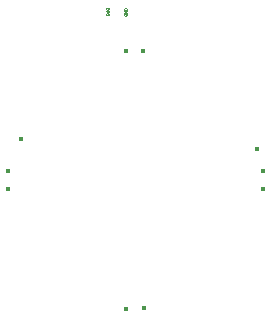
<source format=gbo>
G75*
G70*
%OFA0B0*%
%FSLAX24Y24*%
%IPPOS*%
%LPD*%
%AMOC8*
5,1,8,0,0,1.08239X$1,22.5*
%
%ADD10C,0.0010*%
%ADD11R,0.0118X0.0118*%
D10*
X007773Y014016D02*
X007788Y014001D01*
X007773Y014016D02*
X007773Y014046D01*
X007788Y014061D01*
X007803Y014061D01*
X007818Y014046D01*
X007818Y014031D01*
X007818Y014046D02*
X007833Y014061D01*
X007848Y014061D01*
X007863Y014046D01*
X007863Y014016D01*
X007848Y014001D01*
X007863Y014094D02*
X007803Y014094D01*
X007773Y014124D01*
X007803Y014154D01*
X007863Y014154D01*
X007848Y014186D02*
X007863Y014201D01*
X007863Y014231D01*
X007848Y014246D01*
X007833Y014246D01*
X007818Y014231D01*
X007803Y014246D01*
X007788Y014246D01*
X007773Y014231D01*
X007773Y014201D01*
X007788Y014186D01*
X007818Y014216D02*
X007818Y014231D01*
X008373Y014214D02*
X008373Y014169D01*
X008463Y014169D01*
X008463Y014214D01*
X008448Y014229D01*
X008388Y014229D01*
X008373Y014214D01*
X008373Y014137D02*
X008463Y014137D01*
X008463Y014077D02*
X008373Y014137D01*
X008373Y014077D02*
X008463Y014077D01*
X008448Y014045D02*
X008463Y014030D01*
X008463Y014000D01*
X008448Y013985D01*
X008388Y013985D01*
X008373Y014000D01*
X008373Y014030D01*
X008388Y014045D01*
X008418Y014045D01*
X008418Y014015D01*
D11*
X008438Y004216D03*
X009018Y004226D03*
X013008Y008206D03*
X013008Y008796D03*
X012788Y009526D03*
X009008Y012796D03*
X008448Y012796D03*
X004928Y009856D03*
X004508Y008806D03*
X004508Y008216D03*
M02*

</source>
